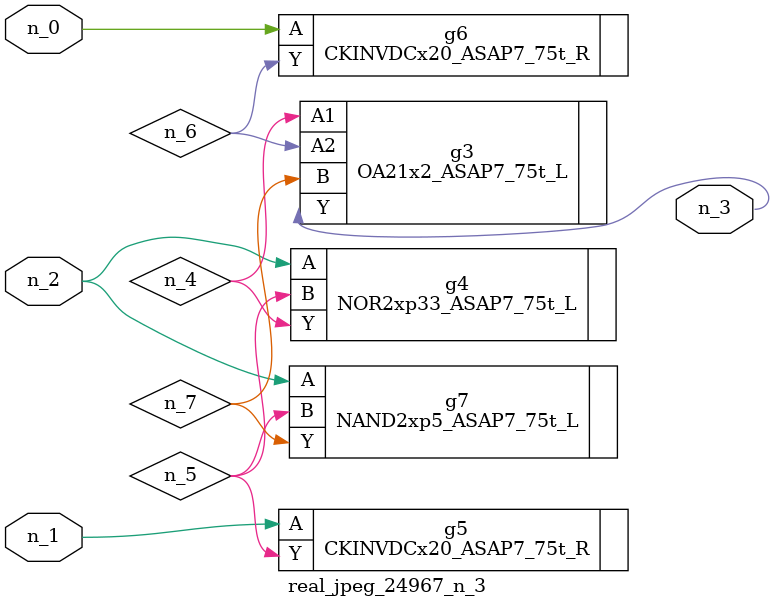
<source format=v>
module real_jpeg_24967_n_3 (n_1, n_0, n_2, n_3);

input n_1;
input n_0;
input n_2;

output n_3;

wire n_5;
wire n_4;
wire n_6;
wire n_7;

CKINVDCx20_ASAP7_75t_R g6 ( 
.A(n_0),
.Y(n_6)
);

CKINVDCx20_ASAP7_75t_R g5 ( 
.A(n_1),
.Y(n_5)
);

NOR2xp33_ASAP7_75t_L g4 ( 
.A(n_2),
.B(n_5),
.Y(n_4)
);

NAND2xp5_ASAP7_75t_L g7 ( 
.A(n_2),
.B(n_5),
.Y(n_7)
);

OA21x2_ASAP7_75t_L g3 ( 
.A1(n_4),
.A2(n_6),
.B(n_7),
.Y(n_3)
);


endmodule
</source>
